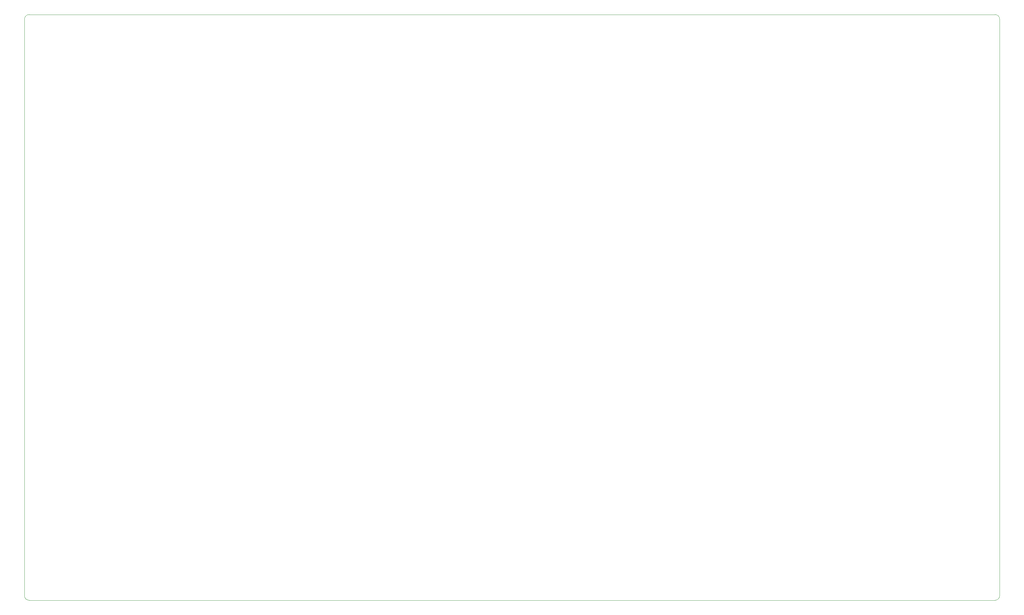
<source format=gbr>
%TF.GenerationSoftware,KiCad,Pcbnew,5.1.9+dfsg1-1*%
%TF.CreationDate,2021-04-21T10:51:01+05:30*%
%TF.ProjectId,PCB_Init,5043425f-496e-4697-942e-6b696361645f,rev?*%
%TF.SameCoordinates,Original*%
%TF.FileFunction,Profile,NP*%
%FSLAX46Y46*%
G04 Gerber Fmt 4.6, Leading zero omitted, Abs format (unit mm)*
G04 Created by KiCad (PCBNEW 5.1.9+dfsg1-1) date 2021-04-21 10:51:01*
%MOMM*%
%LPD*%
G01*
G04 APERTURE LIST*
%TA.AperFunction,Profile*%
%ADD10C,0.050000*%
%TD*%
G04 APERTURE END LIST*
D10*
X281940000Y-176530000D02*
X13970000Y-176530000D01*
X283210000Y-15240000D02*
X283210000Y-175260000D01*
X13970000Y-13970000D02*
X281940000Y-13970000D01*
X12700000Y-15240000D02*
X12700000Y-175260000D01*
X13970000Y-176530000D02*
G75*
G02*
X12700000Y-175260000I0J1270000D01*
G01*
X283210000Y-175260000D02*
G75*
G02*
X281940000Y-176530000I-1270000J0D01*
G01*
X281940000Y-13970000D02*
G75*
G02*
X283210000Y-15240000I0J-1270000D01*
G01*
X12700000Y-15240000D02*
G75*
G02*
X13970000Y-13970000I1270000J0D01*
G01*
M02*

</source>
